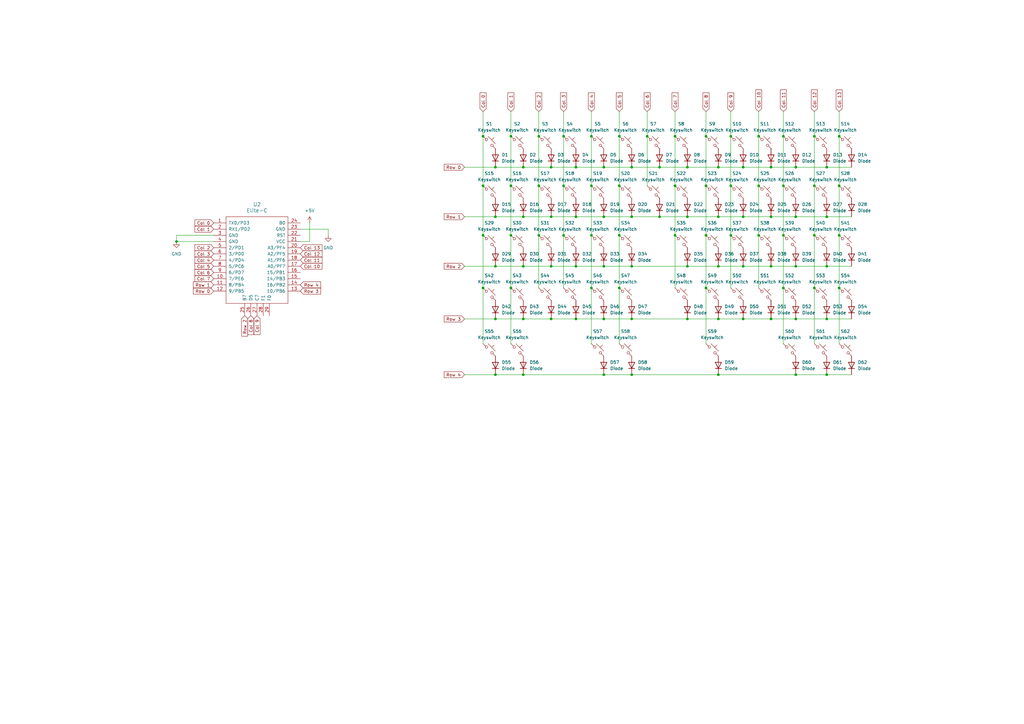
<source format=kicad_sch>
(kicad_sch (version 20231120) (generator "eeschema") (generator_version "8.0")
  (paper "A3")
  (junction (at 294.64 88.9))
  (junction (at 281.94 130.81))
  (junction (at 344.17 55.88))
  (junction (at 203.2 88.9))
  (junction (at 299.72 96.52))
  (junction (at 226.06 109.22))
  (junction (at 203.2 130.81))
  (junction (at 294.64 109.22))
  (junction (at 304.8 88.9))
  (junction (at 231.14 76.2))
  (junction (at 198.12 118.11))
  (junction (at 236.22 68.58))
  (junction (at 311.15 76.2))
  (junction (at 316.23 109.22))
  (junction (at 203.2 68.58))
  (junction (at 209.55 118.11))
  (junction (at 326.39 130.81))
  (junction (at 311.15 96.52))
  (junction (at 247.65 109.22))
  (junction (at 259.08 130.81))
  (junction (at 259.08 153.67))
  (junction (at 321.31 55.88))
  (junction (at 304.8 68.58))
  (junction (at 334.01 96.52))
  (junction (at 299.72 76.2))
  (junction (at 344.17 118.11))
  (junction (at 344.17 96.52))
  (junction (at 209.55 96.52))
  (junction (at 339.09 153.67))
  (junction (at 226.06 130.81))
  (junction (at 270.51 68.58))
  (junction (at 198.12 55.88))
  (junction (at 294.64 68.58))
  (junction (at 334.01 118.11))
  (junction (at 289.56 76.2))
  (junction (at 276.86 96.52))
  (junction (at 304.8 130.81))
  (junction (at 311.15 55.88))
  (junction (at 242.57 96.52))
  (junction (at 289.56 118.11))
  (junction (at 198.12 96.52))
  (junction (at 209.55 76.2))
  (junction (at 220.98 96.52))
  (junction (at 242.57 118.11))
  (junction (at 209.55 55.88))
  (junction (at 316.23 130.81))
  (junction (at 321.31 76.2))
  (junction (at 259.08 88.9))
  (junction (at 265.43 55.88))
  (junction (at 254 76.2))
  (junction (at 294.64 130.81))
  (junction (at 316.23 88.9))
  (junction (at 281.94 88.9))
  (junction (at 220.98 55.88))
  (junction (at 214.63 88.9))
  (junction (at 254 96.52))
  (junction (at 281.94 68.58))
  (junction (at 247.65 130.81))
  (junction (at 339.09 130.81))
  (junction (at 326.39 153.67))
  (junction (at 294.64 153.67))
  (junction (at 226.06 88.9))
  (junction (at 259.08 109.22))
  (junction (at 289.56 96.52))
  (junction (at 203.2 153.67))
  (junction (at 226.06 68.58))
  (junction (at 254 55.88))
  (junction (at 72.39 99.06))
  (junction (at 236.22 130.81))
  (junction (at 334.01 76.2))
  (junction (at 304.8 109.22))
  (junction (at 321.31 118.11))
  (junction (at 259.08 68.58))
  (junction (at 339.09 88.9))
  (junction (at 231.14 55.88))
  (junction (at 326.39 68.58))
  (junction (at 203.2 109.22))
  (junction (at 326.39 88.9))
  (junction (at 270.51 88.9))
  (junction (at 316.23 68.58))
  (junction (at 214.63 130.81))
  (junction (at 247.65 68.58))
  (junction (at 242.57 76.2))
  (junction (at 214.63 68.58))
  (junction (at 198.12 76.2))
  (junction (at 214.63 109.22))
  (junction (at 339.09 68.58))
  (junction (at 299.72 55.88))
  (junction (at 254 118.11))
  (junction (at 281.94 109.22))
  (junction (at 214.63 153.67))
  (junction (at 321.31 96.52))
  (junction (at 247.65 88.9))
  (junction (at 276.86 55.88))
  (junction (at 242.57 55.88))
  (junction (at 231.14 96.52))
  (junction (at 326.39 109.22))
  (junction (at 344.17 76.2))
  (junction (at 339.09 109.22))
  (junction (at 334.01 55.88))
  (junction (at 236.22 109.22))
  (junction (at 236.22 88.9))
  (junction (at 289.56 55.88))
  (junction (at 276.86 76.2))
  (junction (at 220.98 76.2))
  (junction (at 247.65 153.67))
  (wire (pts (xy 334.01 45.72) (xy 334.01 55.88)))
  (wire (pts (xy 220.98 55.88) (xy 220.98 76.2)))
  (wire (pts (xy 242.57 76.2) (xy 242.57 96.52)))
  (wire (pts (xy 326.39 130.81) (xy 339.09 130.81)))
  (wire (pts (xy 226.06 88.9) (xy 236.22 88.9)))
  (wire (pts (xy 198.12 76.2) (xy 198.12 96.52)))
  (wire (pts (xy 259.08 88.9) (xy 270.51 88.9)))
  (wire (pts (xy 231.14 55.88) (xy 231.14 76.2)))
  (wire (pts (xy 289.56 45.72) (xy 289.56 55.88)))
  (wire (pts (xy 214.63 130.81) (xy 226.06 130.81)))
  (wire (pts (xy 247.65 153.67) (xy 259.08 153.67)))
  (wire (pts (xy 311.15 45.72) (xy 311.15 55.88)))
  (wire (pts (xy 326.39 88.9) (xy 339.09 88.9)))
  (wire (pts (xy 259.08 109.22) (xy 281.94 109.22)))
  (wire (pts (xy 203.2 68.58) (xy 214.63 68.58)))
  (wire (pts (xy 294.64 130.81) (xy 304.8 130.81)))
  (wire (pts (xy 242.57 55.88) (xy 242.57 76.2)))
  (wire (pts (xy 236.22 68.58) (xy 247.65 68.58)))
  (wire (pts (xy 294.64 153.67) (xy 326.39 153.67)))
  (wire (pts (xy 294.64 68.58) (xy 304.8 68.58)))
  (wire (pts (xy 321.31 118.11) (xy 321.31 140.97)))
  (wire (pts (xy 214.63 68.58) (xy 226.06 68.58)))
  (wire (pts (xy 198.12 55.88) (xy 198.12 76.2)))
  (wire (pts (xy 316.23 109.22) (xy 326.39 109.22)))
  (wire (pts (xy 198.12 96.52) (xy 198.12 118.11)))
  (wire (pts (xy 304.8 130.81) (xy 316.23 130.81)))
  (wire (pts (xy 231.14 76.2) (xy 231.14 96.52)))
  (wire (pts (xy 123.19 99.06) (xy 127 99.06)))
  (wire (pts (xy 270.51 68.58) (xy 281.94 68.58)))
  (wire (pts (xy 236.22 88.9) (xy 247.65 88.9)))
  (wire (pts (xy 254 118.11) (xy 254 140.97)))
  (wire (pts (xy 203.2 153.67) (xy 214.63 153.67)))
  (wire (pts (xy 281.94 130.81) (xy 294.64 130.81)))
  (wire (pts (xy 214.63 153.67) (xy 247.65 153.67)))
  (wire (pts (xy 281.94 88.9) (xy 294.64 88.9)))
  (wire (pts (xy 316.23 130.81) (xy 326.39 130.81)))
  (wire (pts (xy 281.94 68.58) (xy 294.64 68.58)))
  (wire (pts (xy 209.55 45.72) (xy 209.55 55.88)))
  (wire (pts (xy 209.55 96.52) (xy 209.55 118.11)))
  (wire (pts (xy 326.39 68.58) (xy 339.09 68.58)))
  (wire (pts (xy 236.22 130.81) (xy 247.65 130.81)))
  (wire (pts (xy 281.94 109.22) (xy 294.64 109.22)))
  (wire (pts (xy 259.08 68.58) (xy 270.51 68.58)))
  (wire (pts (xy 226.06 68.58) (xy 236.22 68.58)))
  (wire (pts (xy 321.31 45.72) (xy 321.31 55.88)))
  (wire (pts (xy 220.98 96.52) (xy 220.98 118.11)))
  (wire (pts (xy 259.08 130.81) (xy 281.94 130.81)))
  (wire (pts (xy 198.12 45.72) (xy 198.12 55.88)))
  (wire (pts (xy 344.17 76.2) (xy 344.17 96.52)))
  (wire (pts (xy 334.01 96.52) (xy 334.01 118.11)))
  (wire (pts (xy 299.72 76.2) (xy 299.72 96.52)))
  (wire (pts (xy 72.39 99.06) (xy 87.63 99.06)))
  (wire (pts (xy 72.39 96.52) (xy 72.39 99.06)))
  (wire (pts (xy 326.39 153.67) (xy 339.09 153.67)))
  (wire (pts (xy 289.56 118.11) (xy 289.56 140.97)))
  (wire (pts (xy 87.63 96.52) (xy 72.39 96.52)))
  (wire (pts (xy 198.12 118.11) (xy 198.12 140.97)))
  (wire (pts (xy 299.72 96.52) (xy 299.72 118.11)))
  (wire (pts (xy 254 45.72) (xy 254 55.88)))
  (wire (pts (xy 344.17 118.11) (xy 344.17 140.97)))
  (wire (pts (xy 247.65 130.81) (xy 259.08 130.81)))
  (wire (pts (xy 242.57 118.11) (xy 242.57 140.97)))
  (wire (pts (xy 321.31 96.52) (xy 321.31 118.11)))
  (wire (pts (xy 311.15 76.2) (xy 311.15 96.52)))
  (wire (pts (xy 226.06 109.22) (xy 236.22 109.22)))
  (wire (pts (xy 276.86 45.72) (xy 276.86 55.88)))
  (wire (pts (xy 254 55.88) (xy 254 76.2)))
  (wire (pts (xy 254 96.52) (xy 254 118.11)))
  (wire (pts (xy 316.23 88.9) (xy 326.39 88.9)))
  (wire (pts (xy 203.2 130.81) (xy 214.63 130.81)))
  (wire (pts (xy 226.06 130.81) (xy 236.22 130.81)))
  (wire (pts (xy 190.5 153.67) (xy 203.2 153.67)))
  (wire (pts (xy 334.01 55.88) (xy 334.01 76.2)))
  (wire (pts (xy 247.65 68.58) (xy 259.08 68.58)))
  (wire (pts (xy 265.43 45.72) (xy 265.43 55.88)))
  (wire (pts (xy 289.56 55.88) (xy 289.56 76.2)))
  (wire (pts (xy 304.8 68.58) (xy 316.23 68.58)))
  (wire (pts (xy 270.51 88.9) (xy 281.94 88.9)))
  (wire (pts (xy 209.55 118.11) (xy 209.55 140.97)))
  (wire (pts (xy 344.17 55.88) (xy 344.17 76.2)))
  (wire (pts (xy 203.2 88.9) (xy 214.63 88.9)))
  (wire (pts (xy 311.15 55.88) (xy 311.15 76.2)))
  (wire (pts (xy 265.43 55.88) (xy 265.43 76.2)))
  (wire (pts (xy 231.14 45.72) (xy 231.14 55.88)))
  (wire (pts (xy 339.09 68.58) (xy 349.25 68.58)))
  (wire (pts (xy 339.09 130.81) (xy 349.25 130.81)))
  (wire (pts (xy 190.5 88.9) (xy 203.2 88.9)))
  (wire (pts (xy 334.01 118.11) (xy 334.01 140.97)))
  (wire (pts (xy 289.56 76.2) (xy 289.56 96.52)))
  (wire (pts (xy 259.08 153.67) (xy 294.64 153.67)))
  (wire (pts (xy 344.17 45.72) (xy 344.17 55.88)))
  (wire (pts (xy 220.98 45.72) (xy 220.98 55.88)))
  (wire (pts (xy 321.31 76.2) (xy 321.31 96.52)))
  (wire (pts (xy 339.09 109.22) (xy 349.25 109.22)))
  (wire (pts (xy 316.23 68.58) (xy 326.39 68.58)))
  (wire (pts (xy 276.86 76.2) (xy 276.86 96.52)))
  (wire (pts (xy 190.5 130.81) (xy 203.2 130.81)))
  (wire (pts (xy 339.09 88.9) (xy 349.25 88.9)))
  (wire (pts (xy 311.15 96.52) (xy 311.15 118.11)))
  (wire (pts (xy 190.5 109.22) (xy 203.2 109.22)))
  (wire (pts (xy 321.31 55.88) (xy 321.31 76.2)))
  (wire (pts (xy 344.17 96.52) (xy 344.17 118.11)))
  (wire (pts (xy 276.86 96.52) (xy 276.86 118.11)))
  (wire (pts (xy 203.2 109.22) (xy 214.63 109.22)))
  (wire (pts (xy 214.63 109.22) (xy 226.06 109.22)))
  (wire (pts (xy 304.8 109.22) (xy 316.23 109.22)))
  (wire (pts (xy 326.39 109.22) (xy 339.09 109.22)))
  (wire (pts (xy 209.55 76.2) (xy 209.55 96.52)))
  (wire (pts (xy 304.8 88.9) (xy 316.23 88.9)))
  (wire (pts (xy 299.72 45.72) (xy 299.72 55.88)))
  (wire (pts (xy 236.22 109.22) (xy 247.65 109.22)))
  (wire (pts (xy 247.65 109.22) (xy 259.08 109.22)))
  (wire (pts (xy 289.56 96.52) (xy 289.56 118.11)))
  (wire (pts (xy 299.72 55.88) (xy 299.72 76.2)))
  (wire (pts (xy 242.57 96.52) (xy 242.57 118.11)))
  (wire (pts (xy 123.19 93.98) (xy 134.62 93.98)))
  (wire (pts (xy 209.55 55.88) (xy 209.55 76.2)))
  (wire (pts (xy 220.98 76.2) (xy 220.98 96.52)))
  (wire (pts (xy 339.09 153.67) (xy 349.25 153.67)))
  (wire (pts (xy 127 91.44) (xy 127 99.06)))
  (wire (pts (xy 247.65 88.9) (xy 259.08 88.9)))
  (wire (pts (xy 134.62 93.98) (xy 134.62 96.52)))
  (wire (pts (xy 276.86 55.88) (xy 276.86 76.2)))
  (wire (pts (xy 294.64 88.9) (xy 304.8 88.9)))
  (wire (pts (xy 231.14 96.52) (xy 231.14 118.11)))
  (wire (pts (xy 214.63 88.9) (xy 226.06 88.9)))
  (wire (pts (xy 190.5 68.58) (xy 203.2 68.58)))
  (wire (pts (xy 242.57 45.72) (xy 242.57 55.88)))
  (wire (pts (xy 294.64 109.22) (xy 304.8 109.22)))
  (wire (pts (xy 254 76.2) (xy 254 96.52)))
  (wire (pts (xy 334.01 76.2) (xy 334.01 96.52)))
  (global_label "Col 10" (shape input) (at 123.19 109.22 0) (property "Intersheetrefs" "${INTERSHEET_REFS}" (effects (hide yes))))
  (global_label "Row 3" (shape input) (at 190.5 130.81 180) (property "Intersheetrefs" "${INTERSHEET_REFS}" (effects (hide yes))))
  (global_label "Col 8" (shape input) (at 102.87 129.54 270) (property "Intersheetrefs" "${INTERSHEET_REFS}" (effects (hide yes))))
  (global_label "Col 7" (shape input) (at 276.86 45.72 90) (property "Intersheetrefs" "${INTERSHEET_REFS}" (effects (hide yes))))
  (global_label "Col 8" (shape input) (at 289.56 45.72 90) (property "Intersheetrefs" "${INTERSHEET_REFS}" (effects (hide yes))))
  (global_label "Col 12" (shape input) (at 123.19 104.14 0) (property "Intersheetrefs" "${INTERSHEET_REFS}" (effects (hide yes))))
  (global_label "Col 7" (shape input) (at 87.63 114.3 180) (property "Intersheetrefs" "${INTERSHEET_REFS}" (effects (hide yes))))
  (global_label "Row 0" (shape input) (at 190.5 68.58 180) (property "Intersheetrefs" "${INTERSHEET_REFS}" (effects (hide yes))))
  (global_label "Col 0" (shape input) (at 87.63 91.44 180) (property "Intersheetrefs" "${INTERSHEET_REFS}" (effects (hide yes))))
  (global_label "Row 2" (shape input) (at 190.5 109.22 180) (property "Intersheetrefs" "${INTERSHEET_REFS}" (effects (hide yes))))
  (global_label "Row 3" (shape input) (at 123.19 119.38 0) (property "Intersheetrefs" "${INTERSHEET_REFS}" (effects (hide yes))))
  (global_label "Col 5" (shape input) (at 87.63 109.22 180) (property "Intersheetrefs" "${INTERSHEET_REFS}" (effects (hide yes))))
  (global_label "Row 1" (shape input) (at 190.5 88.9 180) (property "Intersheetrefs" "${INTERSHEET_REFS}" (effects (hide yes))))
  (global_label "Col 13" (shape input) (at 123.19 101.6 0) (property "Intersheetrefs" "${INTERSHEET_REFS}" (effects (hide yes))))
  (global_label "Col 4" (shape input) (at 242.57 45.72 90) (property "Intersheetrefs" "${INTERSHEET_REFS}" (effects (hide yes))))
  (global_label "Col 9" (shape input) (at 299.72 45.72 90) (property "Intersheetrefs" "${INTERSHEET_REFS}" (effects (hide yes))))
  (global_label "Row 0" (shape input) (at 87.63 119.38 180) (property "Intersheetrefs" "${INTERSHEET_REFS}" (effects (hide yes))))
  (global_label "Col 3" (shape input) (at 231.14 45.72 90) (property "Intersheetrefs" "${INTERSHEET_REFS}" (effects (hide yes))))
  (global_label "Col 1" (shape input) (at 87.63 93.98 180) (property "Intersheetrefs" "${INTERSHEET_REFS}" (effects (hide yes))))
  (global_label "Col 6" (shape input) (at 87.63 111.76 180) (property "Intersheetrefs" "${INTERSHEET_REFS}" (effects (hide yes))))
  (global_label "Col 11" (shape input) (at 123.19 106.68 0) (property "Intersheetrefs" "${INTERSHEET_REFS}" (effects (hide yes))))
  (global_label "Col 12" (shape input) (at 334.01 45.72 90) (property "Intersheetrefs" "${INTERSHEET_REFS}" (effects (hide yes))))
  (global_label "Row 4" (shape input) (at 190.5 153.67 180) (property "Intersheetrefs" "${INTERSHEET_REFS}" (effects (hide yes))))
  (global_label "Col 5" (shape input) (at 254 45.72 90) (property "Intersheetrefs" "${INTERSHEET_REFS}" (effects (hide yes))))
  (global_label "Col 4" (shape input) (at 87.63 106.68 180) (property "Intersheetrefs" "${INTERSHEET_REFS}" (effects (hide yes))))
  (global_label "Col 2" (shape input) (at 87.63 101.6 180) (property "Intersheetrefs" "${INTERSHEET_REFS}" (effects (hide yes))))
  (global_label "Col 9" (shape input) (at 105.41 129.54 270) (property "Intersheetrefs" "${INTERSHEET_REFS}" (effects (hide yes))))
  (global_label "Col 10" (shape input) (at 311.15 45.72 90) (property "Intersheetrefs" "${INTERSHEET_REFS}" (effects (hide yes))))
  (global_label "Col 1" (shape input) (at 209.55 45.72 90) (property "Intersheetrefs" "${INTERSHEET_REFS}" (effects (hide yes))))
  (global_label "Row 1" (shape input) (at 87.63 116.84 180) (property "Intersheetrefs" "${INTERSHEET_REFS}" (effects (hide yes))))
  (global_label "Col 2" (shape input) (at 220.98 45.72 90) (property "Intersheetrefs" "${INTERSHEET_REFS}" (effects (hide yes))))
  (global_label "Col 0" (shape input) (at 198.12 45.72 90) (property "Intersheetrefs" "${INTERSHEET_REFS}" (effects (hide yes))))
  (global_label "Row 2" (shape input) (at 100.33 129.54 270) (property "Intersheetrefs" "${INTERSHEET_REFS}" (effects (hide yes))))
  (global_label "Col 11" (shape input) (at 321.31 45.72 90) (property "Intersheetrefs" "${INTERSHEET_REFS}" (effects (hide yes))))
  (global_label "Col 13" (shape input) (at 344.17 45.72 90) (property "Intersheetrefs" "${INTERSHEET_REFS}" (effects (hide yes))))
  (global_label "Col 3" (shape input) (at 87.63 104.14 180) (property "Intersheetrefs" "${INTERSHEET_REFS}" (effects (hide yes))))
  (global_label "Col 6" (shape input) (at 265.43 45.72 90) (property "Intersheetrefs" "${INTERSHEET_REFS}" (effects (hide yes))))
  (global_label "Row 4" (shape input) (at 123.19 116.84 0) (property "Intersheetrefs" "${INTERSHEET_REFS}" (effects (hide yes))))
  (symbol (lib_id "ScottoKeebs:Placeholder_Diode") (at 326.39 105.41 90) (unit 1)
    (property "Reference" "D39" (at 328.93 104.1399 90) (effects (justify right)))
    (property "Value" "Diode" (at 328.93 106.6799 90) (effects (justify right)))
    (property "Footprint" "ScottoKeebs_Components:Diode_DO-35" (effects (hide yes)))
    (property "Description" "1N4148 (DO-35) or 1N4148W (SOD-123)" (effects (hide yes)))
    (property "Sim.Device" "D" (effects (hide yes)))
    (property "Sim.Pins" "1=K 2=A" (effects (hide yes)))
  )
  (symbol (lib_id "ScottoKeebs:Placeholder_Diode") (at 214.63 64.77 90) (unit 1)
    (property "Reference" "D2" (at 217.17 63.4999 90) (effects (justify right)))
    (property "Value" "Diode" (at 217.17 66.0399 90) (effects (justify right)))
    (property "Footprint" "ScottoKeebs_Components:Diode_DO-35" (effects (hide yes)))
    (property "Description" "1N4148 (DO-35) or 1N4148W (SOD-123)" (effects (hide yes)))
    (property "Sim.Device" "D" (effects (hide yes)))
    (property "Sim.Pins" "1=K 2=A" (effects (hide yes)))
  )
  (symbol (lib_id "ScottoKeebs:Placeholder_Keyswitch") (at 302.26 78.74 0) (unit 1)
    (property "Reference" "S24" (at 302.26 71.12 0))
    (property "Value" "Keyswitch" (at 302.26 73.66 0))
    (property "Footprint" "ScottoKeebs_MX:MX_PCB_1.00u" (effects (hide yes)))
    (property "Description" "Push button switch, normally open, two pins, 45° tilted" (effects (hide yes)))
  )
  (symbol (lib_id "ScottoKeebs:Placeholder_Diode") (at 294.64 127 90) (unit 1)
    (property "Reference" "D49" (at 297.18 125.7299 90) (effects (justify right)))
    (property "Value" "Diode" (at 297.18 128.2699 90) (effects (justify right)))
    (property "Footprint" "ScottoKeebs_Components:Diode_DO-35" (effects (hide yes)))
    (property "Description" "1N4148 (DO-35) or 1N4148W (SOD-123)" (effects (hide yes)))
    (property "Sim.Device" "D" (effects (hide yes)))
    (property "Sim.Pins" "1=K 2=A" (effects (hide yes)))
  )
  (symbol (lib_id "ScottoKeebs:Placeholder_Keyswitch") (at 256.54 120.65 0) (unit 1)
    (property "Reference" "S47" (at 256.54 113.03 0))
    (property "Value" "Keyswitch" (at 256.54 115.57 0))
    (property "Footprint" "ScottoKeebs_MX:MX_PCB_1.00u" (effects (hide yes)))
    (property "Description" "Push button switch, normally open, two pins, 45° tilted" (effects (hide yes)))
  )
  (symbol (lib_id "ScottoKeebs:Placeholder_Keyswitch") (at 313.69 78.74 0) (unit 1)
    (property "Reference" "S25" (at 313.69 71.12 0))
    (property "Value" "Keyswitch" (at 313.69 73.66 0))
    (property "Footprint" "ScottoKeebs_MX:MX_PCB_1.00u" (effects (hide yes)))
    (property "Description" "Push button switch, normally open, two pins, 45° tilted" (effects (hide yes)))
  )
  (symbol (lib_id "ScottoKeebs:Placeholder_Diode") (at 226.06 105.41 90) (unit 1)
    (property "Reference" "D31" (at 228.6 104.1399 90) (effects (justify right)))
    (property "Value" "Diode" (at 228.6 106.6799 90) (effects (justify right)))
    (property "Footprint" "ScottoKeebs_Components:Diode_DO-35" (effects (hide yes)))
    (property "Description" "1N4148 (DO-35) or 1N4148W (SOD-123)" (effects (hide yes)))
    (property "Sim.Device" "D" (effects (hide yes)))
    (property "Sim.Pins" "1=K 2=A" (effects (hide yes)))
  )
  (symbol (lib_id "ScottoKeebs:Placeholder_Diode") (at 349.25 85.09 90) (unit 1)
    (property "Reference" "D28" (at 351.79 83.8199 90) (effects (justify right)))
    (property "Value" "Diode" (at 351.79 86.3599 90) (effects (justify right)))
    (property "Footprint" "ScottoKeebs_Components:Diode_DO-35" (effects (hide yes)))
    (property "Description" "1N4148 (DO-35) or 1N4148W (SOD-123)" (effects (hide yes)))
    (property "Sim.Device" "D" (effects (hide yes)))
    (property "Sim.Pins" "1=K 2=A" (effects (hide yes)))
  )
  (symbol (lib_id "ScottoKeebs:Placeholder_Keyswitch") (at 336.55 78.74 0) (unit 1)
    (property "Reference" "S27" (at 336.55 71.12 0))
    (property "Value" "Keyswitch" (at 336.55 73.66 0))
    (property "Footprint" "ScottoKeebs_MX:MX_PCB_1.00u" (effects (hide yes)))
    (property "Description" "Push button switch, normally open, two pins, 45° tilted" (effects (hide yes)))
  )
  (symbol (lib_id "ScottoKeebs:Placeholder_Diode") (at 339.09 64.77 90) (unit 1)
    (property "Reference" "D13" (at 341.63 63.4999 90) (effects (justify right)))
    (property "Value" "Diode" (at 341.63 66.0399 90) (effects (justify right)))
    (property "Footprint" "ScottoKeebs_Components:Diode_DO-35" (effects (hide yes)))
    (property "Description" "1N4148 (DO-35) or 1N4148W (SOD-123)" (effects (hide yes)))
    (property "Sim.Device" "D" (effects (hide yes)))
    (property "Sim.Pins" "1=K 2=A" (effects (hide yes)))
  )
  (symbol (lib_id "ScottoKeebs:Placeholder_Keyswitch") (at 245.11 99.06 0) (unit 1)
    (property "Reference" "S33" (at 245.11 91.44 0))
    (property "Value" "Keyswitch" (at 245.11 93.98 0))
    (property "Footprint" "ScottoKeebs_MX:MX_PCB_1.00u" (effects (hide yes)))
    (property "Description" "Push button switch, normally open, two pins, 45° tilted" (effects (hide yes)))
  )
  (symbol (lib_id "ScottoKeebs:Placeholder_Diode") (at 294.64 105.41 90) (unit 1)
    (property "Reference" "D36" (at 297.18 104.1399 90) (effects (justify right)))
    (property "Value" "Diode" (at 297.18 106.6799 90) (effects (justify right)))
    (property "Footprint" "ScottoKeebs_Components:Diode_DO-35" (effects (hide yes)))
    (property "Description" "1N4148 (DO-35) or 1N4148W (SOD-123)" (effects (hide yes)))
    (property "Sim.Device" "D" (effects (hide yes)))
    (property "Sim.Pins" "1=K 2=A" (effects (hide yes)))
  )
  (symbol (lib_id "ScottoKeebs:Placeholder_Diode") (at 339.09 149.86 90) (unit 1)
    (property "Reference" "D61" (at 341.63 148.5899 90) (effects (justify right)))
    (property "Value" "Diode" (at 341.63 151.1299 90) (effects (justify right)))
    (property "Footprint" "ScottoKeebs_Components:Diode_DO-35" (effects (hide yes)))
    (property "Description" "1N4148 (DO-35) or 1N4148W (SOD-123)" (effects (hide yes)))
    (property "Sim.Device" "D" (effects (hide yes)))
    (property "Sim.Pins" "1=K 2=A" (effects (hide yes)))
  )
  (symbol (lib_id "ScottoKeebs:Placeholder_Keyswitch") (at 245.11 143.51 0) (unit 1)
    (property "Reference" "S57" (at 245.11 135.89 0))
    (property "Value" "Keyswitch" (at 245.11 138.43 0))
    (property "Footprint" "ai03_mx:MXOnly-2.75U" (effects (hide yes)))
    (property "Description" "Push button switch, normally open, two pins, 45° tilted" (effects (hide yes)))
  )
  (symbol (lib_id "ScottoKeebs:Placeholder_Keyswitch") (at 212.09 58.42 0) (unit 1)
    (property "Reference" "S2" (at 212.09 50.8 0))
    (property "Value" "Keyswitch" (at 212.09 53.34 0))
    (property "Footprint" "ScottoKeebs_MX:MX_PCB_1.00u" (effects (hide yes)))
    (property "Description" "Push button switch, normally open, two pins, 45° tilted" (effects (hide yes)))
  )
  (symbol (lib_id "ScottoKeebs:Placeholder_Diode") (at 214.63 85.09 90) (unit 1)
    (property "Reference" "D16" (at 217.17 83.8199 90) (effects (justify right)))
    (property "Value" "Diode" (at 217.17 86.3599 90) (effects (justify right)))
    (property "Footprint" "ScottoKeebs_Components:Diode_DO-35" (effects (hide yes)))
    (property "Description" "1N4148 (DO-35) or 1N4148W (SOD-123)" (effects (hide yes)))
    (property "Sim.Device" "D" (effects (hide yes)))
    (property "Sim.Pins" "1=K 2=A" (effects (hide yes)))
  )
  (symbol (lib_id "ScottoKeebs:Placeholder_Diode") (at 304.8 64.77 90) (unit 1)
    (property "Reference" "D10" (at 307.34 63.4999 90) (effects (justify right)))
    (property "Value" "Diode" (at 307.34 66.0399 90) (effects (justify right)))
    (property "Footprint" "ScottoKeebs_Components:Diode_DO-35" (effects (hide yes)))
    (property "Description" "1N4148 (DO-35) or 1N4148W (SOD-123)" (effects (hide yes)))
    (property "Sim.Device" "D" (effects (hide yes)))
    (property "Sim.Pins" "1=K 2=A" (effects (hide yes)))
  )
  (symbol (lib_id "ScottoKeebs:Placeholder_Diode") (at 304.8 127 90) (unit 1)
    (property "Reference" "D50" (at 307.34 125.7299 90) (effects (justify right)))
    (property "Value" "Diode" (at 307.34 128.2699 90) (effects (justify right)))
    (property "Footprint" "ScottoKeebs_Components:Diode_DO-35" (effects (hide yes)))
    (property "Description" "1N4148 (DO-35) or 1N4148W (SOD-123)" (effects (hide yes)))
    (property "Sim.Device" "D" (effects (hide yes)))
    (property "Sim.Pins" "1=K 2=A" (effects (hide yes)))
  )
  (symbol (lib_id "ScottoKeebs:Placeholder_Diode") (at 294.64 64.77 90) (unit 1)
    (property "Reference" "D9" (at 297.18 63.4999 90) (effects (justify right)))
    (property "Value" "Diode" (at 297.18 66.0399 90) (effects (justify right)))
    (property "Footprint" "ScottoKeebs_Components:Diode_DO-35" (effects (hide yes)))
    (property "Description" "1N4148 (DO-35) or 1N4148W (SOD-123)" (effects (hide yes)))
    (property "Sim.Device" "D" (effects (hide yes)))
    (property "Sim.Pins" "1=K 2=A" (effects (hide yes)))
  )
  (symbol (lib_id "ScottoKeebs:Placeholder_Diode") (at 259.08 105.41 90) (unit 1)
    (property "Reference" "D34" (at 261.62 104.1399 90) (effects (justify right)))
    (property "Value" "Diode" (at 261.62 106.6799 90) (effects (justify right)))
    (property "Footprint" "ScottoKeebs_Components:Diode_DO-35" (effects (hide yes)))
    (property "Description" "1N4148 (DO-35) or 1N4148W (SOD-123)" (effects (hide yes)))
    (property "Sim.Device" "D" (effects (hide yes)))
    (property "Sim.Pins" "1=K 2=A" (effects (hide yes)))
  )
  (symbol (lib_id "ScottoKeebs:Placeholder_Diode") (at 259.08 127 90) (unit 1)
    (property "Reference" "D47" (at 261.62 125.7299 90) (effects (justify right)))
    (property "Value" "Diode" (at 261.62 128.2699 90) (effects (justify right)))
    (property "Footprint" "ScottoKeebs_Components:Diode_DO-35" (effects (hide yes)))
    (property "Description" "1N4148 (DO-35) or 1N4148W (SOD-123)" (effects (hide yes)))
    (property "Sim.Device" "D" (effects (hide yes)))
    (property "Sim.Pins" "1=K 2=A" (effects (hide yes)))
  )
  (symbol (lib_id "ScottoKeebs:Placeholder_Diode") (at 259.08 85.09 90) (unit 1)
    (property "Reference" "D20" (at 261.62 83.8199 90) (effects (justify right)))
    (property "Value" "Diode" (at 261.62 86.3599 90) (effects (justify right)))
    (property "Footprint" "ScottoKeebs_Components:Diode_DO-35" (effects (hide yes)))
    (property "Description" "1N4148 (DO-35) or 1N4148W (SOD-123)" (effects (hide yes)))
    (property "Sim.Device" "D" (effects (hide yes)))
    (property "Sim.Pins" "1=K 2=A" (effects (hide yes)))
  )
  (symbol (lib_id "ScottoKeebs:Placeholder_Keyswitch") (at 336.55 120.65 0) (unit 1)
    (property "Reference" "S53" (at 336.55 113.03 0))
    (property "Value" "Keyswitch" (at 336.55 115.57 0))
    (property "Footprint" "ScottoKeebs_MX:MX_PCB_1.00u" (effects (hide yes)))
    (property "Description" "Push button switch, normally open, two pins, 45° tilted" (effects (hide yes)))
  )
  (symbol (lib_id "ScottoKeebs:Placeholder_Keyswitch") (at 212.09 99.06 0) (unit 1)
    (property "Reference" "S30" (at 212.09 91.44 0))
    (property "Value" "Keyswitch" (at 212.09 93.98 0))
    (property "Footprint" "ScottoKeebs_MX:MX_PCB_1.00u" (effects (hide yes)))
    (property "Description" "Push button switch, normally open, two pins, 45° tilted" (effects (hide yes)))
  )
  (symbol (lib_id "ScottoKeebs:Placeholder_Diode") (at 304.8 85.09 90) (unit 1)
    (property "Reference" "D24" (at 307.34 83.8199 90) (effects (justify right)))
    (property "Value" "Diode" (at 307.34 86.3599 90) (effects (justify right)))
    (property "Footprint" "ScottoKeebs_Components:Diode_DO-35" (effects (hide yes)))
    (property "Description" "1N4148 (DO-35) or 1N4148W (SOD-123)" (effects (hide yes)))
    (property "Sim.Device" "D" (effects (hide yes)))
    (property "Sim.Pins" "1=K 2=A" (effects (hide yes)))
  )
  (symbol (lib_id "ScottoKeebs:Placeholder_Diode") (at 236.22 127 90) (unit 1)
    (property "Reference" "D45" (at 238.76 125.7299 90) (effects (justify right)))
    (property "Value" "Diode" (at 238.76 128.2699 90) (effects (justify right)))
    (property "Footprint" "ScottoKeebs_Components:Diode_DO-35" (effects (hide yes)))
    (property "Description" "1N4148 (DO-35) or 1N4148W (SOD-123)" (effects (hide yes)))
    (property "Sim.Device" "D" (effects (hide yes)))
    (property "Sim.Pins" "1=K 2=A" (effects (hide yes)))
  )
  (symbol (lib_id "ScottoKeebs:Placeholder_Keyswitch") (at 292.1 120.65 0) (unit 1)
    (property "Reference" "S49" (at 292.1 113.03 0))
    (property "Value" "Keyswitch" (at 292.1 115.57 0))
    (property "Footprint" "ScottoKeebs_MX:MX_PCB_1.00u" (effects (hide yes)))
    (property "Description" "Push button switch, normally open, two pins, 45° tilted" (effects (hide yes)))
  )
  (symbol (lib_id "ScottoKeebs:Placeholder_Diode") (at 349.25 127 90) (unit 1)
    (property "Reference" "D54" (at 351.79 125.7299 90) (effects (justify right)))
    (property "Value" "Diode" (at 351.79 128.2699 90) (effects (justify right)))
    (property "Footprint" "ScottoKeebs_Components:Diode_DO-35" (effects (hide yes)))
    (property "Description" "1N4148 (DO-35) or 1N4148W (SOD-123)" (effects (hide yes)))
    (property "Sim.Device" "D" (effects (hide yes)))
    (property "Sim.Pins" "1=K 2=A" (effects (hide yes)))
  )
  (symbol (lib_id "ScottoKeebs:Placeholder_Keyswitch") (at 279.4 58.42 0) (unit 1)
    (property "Reference" "S8" (at 279.4 50.8 0))
    (property "Value" "Keyswitch" (at 279.4 53.34 0))
    (property "Footprint" "ScottoKeebs_MX:MX_PCB_1.00u" (effects (hide yes)))
    (property "Description" "Push button switch, normally open, two pins, 45° tilted" (effects (hide yes)))
  )
  (symbol (lib_id "ScottoKeebs:Placeholder_Keyswitch") (at 256.54 99.06 0) (unit 1)
    (property "Reference" "S34" (at 256.54 91.44 0))
    (property "Value" "Keyswitch" (at 256.54 93.98 0))
    (property "Footprint" "ScottoKeebs_MX:MX_PCB_1.00u" (effects (hide yes)))
    (property "Description" "Push button switch, normally open, two pins, 45° tilted" (effects (hide yes)))
  )
  (symbol (lib_id "ScottoKeebs:Placeholder_Keyswitch") (at 233.68 78.74 0) (unit 1)
    (property "Reference" "S18" (at 233.68 71.12 0))
    (property "Value" "Keyswitch" (at 233.68 73.66 0))
    (property "Footprint" "ScottoKeebs_MX:MX_PCB_1.00u" (effects (hide yes)))
    (property "Description" "Push button switch, normally open, two pins, 45° tilted" (effects (hide yes)))
  )
  (symbol (lib_id "ScottoKeebs:Placeholder_Diode") (at 281.94 127 90) (unit 1)
    (property "Reference" "D48" (at 284.48 125.7299 90) (effects (justify right)))
    (property "Value" "Diode" (at 284.48 128.2699 90) (effects (justify right)))
    (property "Footprint" "ScottoKeebs_Components:Diode_DO-35" (effects (hide yes)))
    (property "Description" "1N4148 (DO-35) or 1N4148W (SOD-123)" (effects (hide yes)))
    (property "Sim.Device" "D" (effects (hide yes)))
    (property "Sim.Pins" "1=K 2=A" (effects (hide yes)))
  )
  (symbol (lib_id "ScottoKeebs:Placeholder_Keyswitch") (at 212.09 143.51 0) (unit 1)
    (property "Reference" "S56" (at 212.09 135.89 0))
    (property "Value" "Keyswitch" (at 212.09 138.43 0))
    (property "Footprint" "ScottoKeebs_MX:MX_PCB_1.50u" (effects (hide yes)))
    (property "Description" "Push button switch, normally open, two pins, 45° tilted" (effects (hide yes)))
  )
  (symbol (lib_id "ScottoKeebs:Placeholder_Keyswitch") (at 292.1 58.42 0) (unit 1)
    (property "Reference" "S9" (at 292.1 50.8 0))
    (property "Value" "Keyswitch" (at 292.1 53.34 0))
    (property "Footprint" "ScottoKeebs_MX:MX_PCB_1.00u" (effects (hide yes)))
    (property "Description" "Push button switch, normally open, two pins, 45° tilted" (effects (hide yes)))
  )
  (symbol (lib_id "ScottoKeebs:Placeholder_Diode") (at 214.63 105.41 90) (unit 1)
    (property "Reference" "D30" (at 217.17 104.1399 90) (effects (justify right)))
    (property "Value" "Diode" (at 217.17 106.6799 90) (effects (justify right)))
    (property "Footprint" "ScottoKeebs_Components:Diode_DO-35" (effects (hide yes)))
    (property "Description" "1N4148 (DO-35) or 1N4148W (SOD-123)" (effects (hide yes)))
    (property "Sim.Device" "D" (effects (hide yes)))
    (property "Sim.Pins" "1=K 2=A" (effects (hide yes)))
  )
  (symbol (lib_id "ScottoKeebs:Placeholder_Keyswitch") (at 256.54 78.74 0) (unit 1)
    (property "Reference" "S20" (at 256.54 71.12 0))
    (property "Value" "Keyswitch" (at 256.54 73.66 0))
    (property "Footprint" "ScottoKeebs_MX:MX_PCB_1.00u" (effects (hide yes)))
    (property "Description" "Push button switch, normally open, two pins, 45° tilted" (effects (hide yes)))
  )
  (symbol (lib_id "ScottoKeebs:Placeholder_Keyswitch") (at 292.1 78.74 0) (unit 1)
    (property "Reference" "S23" (at 292.1 71.12 0))
    (property "Value" "Keyswitch" (at 292.1 73.66 0))
    (property "Footprint" "ScottoKeebs_MX:MX_PCB_1.00u" (effects (hide yes)))
    (property "Description" "Push button switch, normally open, two pins, 45° tilted" (effects (hide yes)))
  )
  (symbol (lib_id "ScottoKeebs:Placeholder_Diode") (at 247.65 149.86 90) (unit 1)
    (property "Reference" "D57" (at 250.19 148.5899 90) (effects (justify right)))
    (property "Value" "Diode" (at 250.19 151.1299 90) (effects (justify right)))
    (property "Footprint" "ScottoKeebs_Components:Diode_DO-35" (effects (hide yes)))
    (property "Description" "1N4148 (DO-35) or 1N4148W (SOD-123)" (effects (hide yes)))
    (property "Sim.Device" "D" (effects (hide yes)))
    (property "Sim.Pins" "1=K 2=A" (effects (hide yes)))
  )
  (symbol (lib_id "ScottoKeebs:Placeholder_Diode") (at 270.51 85.09 90) (unit 1)
    (property "Reference" "D21" (at 273.05 83.8199 90) (effects (justify right)))
    (property "Value" "Diode" (at 273.05 86.3599 90) (effects (justify right)))
    (property "Footprint" "ScottoKeebs_Components:Diode_DO-35" (effects (hide yes)))
    (property "Description" "1N4148 (DO-35) or 1N4148W (SOD-123)" (effects (hide yes)))
    (property "Sim.Device" "D" (effects (hide yes)))
    (property "Sim.Pins" "1=K 2=A" (effects (hide yes)))
  )
  (symbol (lib_id "ScottoKeebs:Placeholder_Keyswitch") (at 212.09 78.74 0) (unit 1)
    (property "Reference" "S16" (at 212.09 71.12 0))
    (property "Value" "Keyswitch" (at 212.09 73.66 0))
    (property "Footprint" "ScottoKeebs_MX:MX_PCB_1.00u" (effects (hide yes)))
    (property "Description" "Push button switch, normally open, two pins, 45° tilted" (effects (hide yes)))
  )
  (symbol (lib_id "ScottoKeebs:Placeholder_Keyswitch") (at 336.55 58.42 0) (unit 1)
    (property "Reference" "S13" (at 336.55 50.8 0))
    (property "Value" "Keyswitch" (at 336.55 53.34 0))
    (property "Footprint" "ScottoKeebs_MX:MX_PCB_1.00u" (effects (hide yes)))
    (property "Description" "Push button switch, normally open, two pins, 45° tilted" (effects (hide yes)))
  )
  (symbol (lib_id "ScottoKeebs:Placeholder_Diode") (at 226.06 127 90) (unit 1)
    (property "Reference" "D44" (at 228.6 125.7299 90) (effects (justify right)))
    (property "Value" "Diode" (at 228.6 128.2699 90) (effects (justify right)))
    (property "Footprint" "ScottoKeebs_Components:Diode_DO-35" (effects (hide yes)))
    (property "Description" "1N4148 (DO-35) or 1N4148W (SOD-123)" (effects (hide yes)))
    (property "Sim.Device" "D" (effects (hide yes)))
    (property "Sim.Pins" "1=K 2=A" (effects (hide yes)))
  )
  (symbol (lib_id "ScottoKeebs:Placeholder_Diode") (at 326.39 127 90) (unit 1)
    (property "Reference" "D52" (at 328.93 125.7299 90) (effects (justify right)))
    (property "Value" "Diode" (at 328.93 128.2699 90) (effects (justify right)))
    (property "Footprint" "ScottoKeebs_Components:Diode_DO-35" (effects (hide yes)))
    (property "Description" "1N4148 (DO-35) or 1N4148W (SOD-123)" (effects (hide yes)))
    (property "Sim.Device" "D" (effects (hide yes)))
    (property "Sim.Pins" "1=K 2=A" (effects (hide yes)))
  )
  (symbol (lib_id "ScottoKeebs:Placeholder_Keyswitch") (at 256.54 58.42 0) (unit 1)
    (property "Reference" "S6" (at 256.54 50.8 0))
    (property "Value" "Keyswitch" (at 256.54 53.34 0))
    (property "Footprint" "ScottoKeebs_MX:MX_PCB_1.00u" (effects (hide yes)))
    (property "Description" "Push button switch, normally open, two pins, 45° tilted" (effects (hide yes)))
  )
  (symbol (lib_id "ScottoKeebs:Placeholder_Keyswitch") (at 346.71 78.74 0) (unit 1)
    (property "Reference" "S28" (at 346.71 71.12 0))
    (property "Value" "Keyswitch" (at 346.71 73.66 0))
    (property "Footprint" "ScottoKeebs_MX:MX_PCB_1.50u" (effects (hide yes)))
    (property "Description" "Push button switch, normally open, two pins, 45° tilted" (effects (hide yes)))
  )
  (symbol (lib_id "ScottoKeebs:Placeholder_Diode") (at 247.65 105.41 90) (unit 1)
    (property "Reference" "D33" (at 250.19 104.1399 90) (effects (justify right)))
    (property "Value" "Diode" (at 250.19 106.6799 90) (effects (justify right)))
    (property "Footprint" "ScottoKeebs_Components:Diode_DO-35" (effects (hide yes)))
    (property "Description" "1N4148 (DO-35) or 1N4148W (SOD-123)" (effects (hide yes)))
    (property "Sim.Device" "D" (effects (hide yes)))
    (property "Sim.Pins" "1=K 2=A" (effects (hide yes)))
  )
  (symbol (lib_id "ScottoKeebs:Placeholder_Keyswitch") (at 256.54 143.51 0) (unit 1)
    (property "Reference" "S58" (at 256.54 135.89 0))
    (property "Value" "Keyswitch" (at 256.54 138.43 0))
    (property "Footprint" "ScottoKeebs_MX:MX_PCB_1.25u" (effects (hide yes)))
    (property "Description" "Push button switch, normally open, two pins, 45° tilted" (effects (hide yes)))
  )
  (symbol (lib_id "ScottoKeebs:Placeholder_Diode") (at 349.25 64.77 90) (unit 1)
    (property "Reference" "D14" (at 351.79 63.4999 90) (effects (justify right)))
    (property "Value" "Diode" (at 351.79 66.0399 90) (effects (justify right)))
    (property "Footprint" "ScottoKeebs_Components:Diode_DO-35" (effects (hide yes)))
    (property "Description" "1N4148 (DO-35) or 1N4148W (SOD-123)" (effects (hide yes)))
    (property "Sim.Device" "D" (effects (hide yes)))
    (property "Sim.Pins" "1=K 2=A" (effects (hide yes)))
  )
  (symbol (lib_id "ScottoKeebs:Placeholder_Keyswitch") (at 245.11 120.65 0) (unit 1)
    (property "Reference" "S46" (at 245.11 113.03 0))
    (property "Value" "Keyswitch" (at 245.11 115.57 0))
    (property "Footprint" "ScottoKeebs_MX:MX_PCB_1.00u" (effects (hide yes)))
    (property "Description" "Push button switch, normally open, two pins, 45° tilted" (effects (hide yes)))
  )
  (symbol (lib_id "ScottoKeebs:Placeholder_Keyswitch") (at 346.71 143.51 0) (unit 1)
    (property "Reference" "S62" (at 346.71 135.89 0))
    (property "Value" "Keyswitch" (at 346.71 138.43 0))
    (property "Footprint" "ScottoKeebs_MX:MX_PCB_1.50u" (effects (hide yes)))
    (property "Description" "Push button switch, normally open, two pins, 45° tilted" (effects (hide yes)))
  )
  (symbol (lib_id "ScottoKeebs:Placeholder_Diode") (at 326.39 64.77 90) (unit 1)
    (property "Reference" "D12" (at 328.93 63.4999 90) (effects (justify right)))
    (property "Value" "Diode" (at 328.93 66.0399 90) (effects (justify right)))
    (property "Footprint" "ScottoKeebs_Components:Diode_DO-35" (effects (hide yes)))
    (property "Description" "1N4148 (DO-35) or 1N4148W (SOD-123)" (effects (hide yes)))
    (property "Sim.Device" "D" (effects (hide yes)))
    (property "Sim.Pins" "1=K 2=A" (effects (hide yes)))
  )
  (symbol (lib_id "ScottoKeebs:Placeholder_Diode") (at 281.94 105.41 90) (unit 1)
    (property "Reference" "D35" (at 284.48 104.1399 90) (effects (justify right)))
    (property "Value" "Diode" (at 284.48 106.6799 90) (effects (justify right)))
    (property "Footprint" "ScottoKeebs_Components:Diode_DO-35" (effects (hide yes)))
    (property "Description" "1N4148 (DO-35) or 1N4148W (SOD-123)" (effects (hide yes)))
    (property "Sim.Device" "D" (effects (hide yes)))
    (property "Sim.Pins" "1=K 2=A" (effects (hide yes)))
  )
  (symbol (lib_id "ScottoKeebs:Placeholder_Keyswitch") (at 302.26 58.42 0) (unit 1)
    (property "Reference" "S10" (at 302.26 50.8 0))
    (property "Value" "Keyswitch" (at 302.26 53.34 0))
    (property "Footprint" "ScottoKeebs_MX:MX_PCB_1.00u" (effects (hide yes)))
    (property "Description" "Push button switch, normally open, two pins, 45° tilted" (effects (hide yes)))
  )
  (symbol (lib_id "ScottoKeebs:Placeholder_Diode") (at 326.39 149.86 90) (unit 1)
    (property "Reference" "D60" (at 328.93 148.5899 90) (effects (justify right)))
    (property "Value" "Diode" (at 328.93 151.1299 90) (effects (justify right)))
    (property "Footprint" "ScottoKeebs_Components:Diode_DO-35" (effects (hide yes)))
    (property "Description" "1N4148 (DO-35) or 1N4148W (SOD-123)" (effects (hide yes)))
    (property "Sim.Device" "D" (effects (hide yes)))
    (property "Sim.Pins" "1=K 2=A" (effects (hide yes)))
  )
  (symbol (lib_id "ScottoKeebs:Placeholder_Keyswitch") (at 212.09 120.65 0) (unit 1)
    (property "Reference" "S43" (at 212.09 113.03 0))
    (property "Value" "Keyswitch" (at 212.09 115.57 0))
    (property "Footprint" "ScottoKeebs_MX:MX_PCB_1.00u" (effects (hide yes)))
    (property "Description" "Push button switch, normally open, two pins, 45° tilted" (effects (hide yes)))
  )
  (symbol (lib_id "power:+5V") (at 127 91.44 0) (unit 1)
    (property "Reference" "#PWR01" (effects (hide yes)))
    (property "Value" "+5V" (at 127 86.36 0))
    (property "Description" "Power symbol creates a global label with name \"+5V\"" (effects (hide yes)))
  )
  (symbol (lib_id "ScottoKeebs:Placeholder_Keyswitch") (at 313.69 120.65 0) (unit 1)
    (property "Reference" "S51" (at 313.69 113.03 0))
    (property "Value" "Keyswitch" (at 313.69 115.57 0))
    (property "Footprint" "ScottoKeebs_MX:MX_PCB_1.00u" (effects (hide yes)))
    (property "Description" "Push button switch, normally open, two pins, 45° tilted" (effects (hide yes)))
  )
  (symbol (lib_id "ScottoKeebs:Placeholder_Diode") (at 203.2 85.09 90) (unit 1)
    (property "Reference" "D15" (at 205.74 83.8199 90) (effects (justify right)))
    (property "Value" "Diode" (at 205.74 86.3599 90) (effects (justify right)))
    (property "Footprint" "ScottoKeebs_Components:Diode_DO-35" (effects (hide yes)))
    (property "Description" "1N4148 (DO-35) or 1N4148W (SOD-123)" (effects (hide yes)))
    (property "Sim.Device" "D" (effects (hide yes)))
    (property "Sim.Pins" "1=K 2=A" (effects (hide yes)))
  )
  (symbol (lib_id "ScottoKeebs:Placeholder_Keyswitch") (at 200.66 78.74 0) (unit 1)
    (property "Reference" "S15" (at 200.66 71.12 0))
    (property "Value" "Keyswitch" (at 200.66 73.66 0))
    (property "Footprint" "ScottoKeebs_MX:MX_PCB_1.50u" (effects (hide yes)))
    (property "Description" "Push button switch, normally open, two pins, 45° tilted" (effects (hide yes)))
  )
  (symbol (lib_id "ScottoKeebs:Placeholder_Diode") (at 203.2 64.77 90) (unit 1)
    (property "Reference" "D1" (at 205.74 63.4999 90) (effects (justify right)))
    (property "Value" "Diode" (at 205.74 66.0399 90) (effects (justify right)))
    (property "Footprint" "ScottoKeebs_Components:Diode_DO-35" (effects (hide yes)))
    (property "Description" "1N4148 (DO-35) or 1N4148W (SOD-123)" (effects (hide yes)))
    (property "Sim.Device" "D" (effects (hide yes)))
    (property "Sim.Pins" "1=K 2=A" (effects (hide yes)))
  )
  (symbol (lib_id "ScottoKeebs:Placeholder_Keyswitch") (at 323.85 58.42 0) (unit 1)
    (property "Reference" "S12" (at 323.85 50.8 0))
    (property "Value" "Keyswitch" (at 323.85 53.34 0))
    (property "Footprint" "ScottoKeebs_MX:MX_PCB_1.00u" (effects (hide yes)))
    (property "Description" "Push button switch, normally open, two pins, 45° tilted" (effects (hide yes)))
  )
  (symbol (lib_id "ScottoKeebs:Placeholder_Keyswitch") (at 200.66 143.51 0) (unit 1)
    (property "Reference" "S55" (at 200.66 135.89 0))
    (property "Value" "Keyswitch" (at 200.66 138.43 0))
    (property "Footprint" "ScottoKeebs_MX:MX_PCB_1.50u" (effects (hide yes)))
    (property "Description" "Push button switch, normally open, two pins, 45° tilted" (effects (hide yes)))
  )
  (symbol (lib_id "ScottoKeebs:Placeholder_Keyswitch") (at 200.66 58.42 0) (unit 1)
    (property "Reference" "S1" (at 200.66 50.8 0))
    (property "Value" "Keyswitch" (at 200.66 53.34 0))
    (property "Footprint" "ScottoKeebs_MX:MX_PCB_1.00u" (effects (hide yes)))
    (property "Description" "Push button switch, normally open, two pins, 45° tilted" (effects (hide yes)))
  )
  (symbol (lib_id "ScottoKeebs:Placeholder_Keyswitch") (at 245.11 58.42 0) (unit 1)
    (property "Reference" "S5" (at 245.11 50.8 0))
    (property "Value" "Keyswitch" (at 245.11 53.34 0))
    (property "Footprint" "ScottoKeebs_MX:MX_PCB_1.00u" (effects (hide yes)))
    (property "Description" "Push button switch, normally open, two pins, 45° tilted" (effects (hide yes)))
  )
  (symbol (lib_id "ScottoKeebs:Placeholder_Keyswitch") (at 323.85 143.51 0) (unit 1)
    (property "Reference" "S60" (at 323.85 135.89 0))
    (property "Value" "Keyswitch" (at 323.85 138.43 0))
    (property "Footprint" "ScottoKeebs_MX:MX_PCB_1.00u" (effects (hide yes)))
    (property "Description" "Push button switch, normally open, two pins, 45° tilted" (effects (hide yes)))
  )
  (symbol (lib_id "power:GND") (at 72.39 99.06 0) (unit 1)
    (property "Reference" "#PWR02" (effects (hide yes)))
    (property "Value" "GND" (at 72.39 104.14 0))
    (property "Description" "Power symbol creates a global label with name \"GND\" , ground" (effects (hide yes)))
  )
  (symbol (lib_id "ScottoKeebs:Placeholder_Keyswitch") (at 292.1 143.51 0) (unit 1)
    (property "Reference" "S59" (at 292.1 135.89 0))
    (property "Value" "Keyswitch" (at 292.1 138.43 0))
    (property "Footprint" "ai03_mx:MXOnly-3U" (effects (hide yes)))
    (property "Description" "Push button switch, normally open, two pins, 45° tilted" (effects (hide yes)))
  )
  (symbol (lib_id "ScottoKeebs:Placeholder_Diode") (at 226.06 85.09 90) (unit 1)
    (property "Reference" "D17" (at 228.6 83.8199 90) (effects (justify right)))
    (property "Value" "Diode" (at 228.6 86.3599 90) (effects (justify right)))
    (property "Footprint" "ScottoKeebs_Components:Diode_DO-35" (effects (hide yes)))
    (property "Description" "1N4148 (DO-35) or 1N4148W (SOD-123)" (effects (hide yes)))
    (property "Sim.Device" "D" (effects (hide yes)))
    (property "Sim.Pins" "1=K 2=A" (effects (hide yes)))
  )
  (symbol (lib_id "ScottoKeebs:Placeholder_Keyswitch") (at 302.26 120.65 0) (unit 1)
    (property "Reference" "S50" (at 302.26 113.03 0))
    (property "Value" "Keyswitch" (at 302.26 115.57 0))
    (property "Footprint" "ScottoKeebs_MX:MX_PCB_1.00u" (effects (hide yes)))
    (property "Description" "Push button switch, normally open, two pins, 45° tilted" (effects (hide yes)))
  )
  (symbol (lib_id "ScottoKeebs:Placeholder_Diode") (at 236.22 85.09 90) (unit 1)
    (property "Reference" "D18" (at 238.76 83.8199 90) (effects (justify right)))
    (property "Value" "Diode" (at 238.76 86.3599 90) (effects (justify right)))
    (property "Footprint" "ScottoKeebs_Components:Diode_DO-35" (effects (hide yes)))
    (property "Description" "1N4148 (DO-35) or 1N4148W (SOD-123)" (effects (hide yes)))
    (property "Sim.Device" "D" (effects (hide yes)))
    (property "Sim.Pins" "1=K 2=A" (effects (hide yes)))
  )
  (symbol (lib_id "ScottoKeebs:Placeholder_Diode") (at 203.2 127 90) (unit 1)
    (property "Reference" "D42" (at 205.74 125.7299 90) (effects (justify right)))
    (property "Value" "Diode" (at 205.74 128.2699 90) (effects (justify right)))
    (property "Footprint" "ScottoKeebs_Components:Diode_DO-35" (effects (hide yes)))
    (property "Description" "1N4148 (DO-35) or 1N4148W (SOD-123)" (effects (hide yes)))
    (property "Sim.Device" "D" (effects (hide yes)))
    (property "Sim.Pins" "1=K 2=A" (effects (hide yes)))
  )
  (symbol (lib_id "ScottoKeebs:Placeholder_Diode") (at 316.23 127 90) (unit 1)
    (property "Reference" "D51" (at 318.77 125.7299 90) (effects (justify right)))
    (property "Value" "Diode" (at 318.77 128.2699 90) (effects (justify right)))
    (property "Footprint" "ScottoKeebs_Components:Diode_DO-35" (effects (hide yes)))
    (property "Description" "1N4148 (DO-35) or 1N4148W (SOD-123)" (effects (hide yes)))
    (property "Sim.Device" "D" (effects (hide yes)))
    (property "Sim.Pins" "1=K 2=A" (effects (hide yes)))
  )
  (symbol (lib_id "ScottoKeebs:Placeholder_Keyswitch") (at 279.4 99.06 0) (unit 1)
    (property "Reference" "S35" (at 279.4 91.44 0))
    (property "Value" "Keyswitch" (at 279.4 93.98 0))
    (property "Footprint" "ScottoKeebs_MX:MX_PCB_1.00u" (effects (hide yes)))
    (property "Description" "Push button switch, normally open, two pins, 45° tilted" (effects (hide yes)))
  )
  (symbol (lib_id "ScottoKeebs:Placeholder_Diode") (at 259.08 149.86 90) (unit 1)
    (property "Reference" "D58" (at 261.62 148.5899 90) (effects (justify right)))
    (property "Value" "Diode" (at 261.62 151.1299 90) (effects (justify right)))
    (property "Footprint" "ScottoKeebs_Components:Diode_DO-35" (effects (hide yes)))
    (property "Description" "1N4148 (DO-35) or 1N4148W (SOD-123)" (effects (hide yes)))
    (property "Sim.Device" "D" (effects (hide yes)))
    (property "Sim.Pins" "1=K 2=A" (effects (hide yes)))
  )
  (symbol (lib_id "ScottoKeebs:Placeholder_Keyswitch") (at 279.4 78.74 0) (unit 1)
    (property "Reference" "S22" (at 279.4 71.12 0))
    (property "Value" "Keyswitch" (at 279.4 73.66 0))
    (property "Footprint" "ScottoKeebs_MX:MX_PCB_1.00u" (effects (hide yes)))
    (property "Description" "Push button switch, normally open, two pins, 45° tilted" (effects (hide yes)))
  )
  (symbol (lib_id "ScottoKeebs:Placeholder_Keyswitch") (at 245.11 78.74 0) (unit 1)
    (property "Reference" "S19" (at 245.11 71.12 0))
    (property "Value" "Keyswitch" (at 245.11 73.66 0))
    (property "Footprint" "ScottoKeebs_MX:MX_PCB_1.00u" (effects (hide yes)))
    (property "Description" "Push button switch, normally open, two pins, 45° tilted" (effects (hide yes)))
  )
  (symbol (lib_id "ScottoKeebs:Placeholder_Diode") (at 247.65 127 90) (unit 1)
    (property "Reference" "D46" (at 250.19 125.7299 90) (effects (justify right)))
    (property "Value" "Diode" (at 250.19 128.2699 90) (effects (justify right)))
    (property "Footprint" "ScottoKeebs_Components:Diode_DO-35" (effects (hide yes)))
    (property "Description" "1N4148 (DO-35) or 1N4148W (SOD-123)" (effects (hide yes)))
    (property "Sim.Device" "D" (effects (hide yes)))
    (property "Sim.Pins" "1=K 2=A" (effects (hide yes)))
  )
  (symbol (lib_id "ScottoKeebs:Placeholder_Diode") (at 339.09 127 90) (unit 1)
    (property "Reference" "D53" (at 341.63 125.7299 90) (effects (justify right)))
    (property "Value" "Diode" (at 341.63 128.2699 90) (effects (justify right)))
    (property "Footprint" "ScottoKeebs_Components:Diode_DO-35" (effects (hide yes)))
    (property "Description" "1N4148 (DO-35) or 1N4148W (SOD-123)" (effects (hide yes)))
    (property "Sim.Device" "D" (effects (hide yes)))
    (property "Sim.Pins" "1=K 2=A" (effects (hide yes)))
  )
  (symbol (lib_id "ScottoKeebs:Placeholder_Diode") (at 247.65 85.09 90) (unit 1)
    (property "Reference" "D19" (at 250.19 83.8199 90) (effects (justify right)))
    (property "Value" "Diode" (at 250.19 86.3599 90) (effects (justify right)))
    (property "Footprint" "ScottoKeebs_Components:Diode_DO-35" (effects (hide yes)))
    (property "Description" "1N4148 (DO-35) or 1N4148W (SOD-123)" (effects (hide yes)))
    (property "Sim.Device" "D" (effects (hide yes)))
    (property "Sim.Pins" "1=K 2=A" (effects (hide yes)))
  )
  (symbol (lib_id "ScottoKeebs:Placeholder_Diode") (at 214.63 127 90) (unit 1)
    (property "Reference" "D43" (at 217.17 125.7299 90) (effects (justify right)))
    (property "Value" "Diode" (at 217.17 128.2699 90) (effects (justify right)))
    (property "Footprint" "ScottoKeebs_Components:Diode_DO-35" (effects (hide yes)))
    (property "Description" "1N4148 (DO-35) or 1N4148W (SOD-123)" (effects (hide yes)))
    (property "Sim.Device" "D" (effects (hide yes)))
    (property "Sim.Pins" "1=K 2=A" (effects (hide yes)))
  )
  (symbol (lib_id "ScottoKeebs:Placeholder_Keyswitch") (at 233.68 120.65 0) (unit 1)
    (property "Reference" "S45" (at 233.68 113.03 0))
    (property "Value" "Keyswitch" (at 233.68 115.57 0))
    (property "Footprint" "ScottoKeebs_MX:MX_PCB_1.00u" (effects (hide yes)))
    (property "Description" "Push button switch, normally open, two pins, 45° tilted" (effects (hide yes)))
  )
  (symbol (lib_id "ScottoKeebs:Placeholder_Diode") (at 316.23 85.09 90) (unit 1)
    (property "Reference" "D25" (at 318.77 83.8199 90) (effects (justify right)))
    (property "Value" "Diode" (at 318.77 86.3599 90) (effects (justify right)))
    (property "Footprint" "ScottoKeebs_Components:Diode_DO-35" (effects (hide yes)))
    (property "Description" "1N4148 (DO-35) or 1N4148W (SOD-123)" (effects (hide yes)))
    (property "Sim.Device" "D" (effects (hide yes)))
    (property "Sim.Pins" "1=K 2=A" (effects (hide yes)))
  )
  (symbol (lib_id "ScottoKeebs:Placeholder_Diode") (at 316.23 64.77 90) (unit 1)
    (property "Reference" "D11" (at 318.77 63.4999 90) (effects (justify right)))
    (property "Value" "Diode" (at 318.77 66.0399 90) (effects (justify right)))
    (property "Footprint" "ScottoKeebs_Components:Diode_DO-35" (effects (hide yes)))
    (property "Description" "1N4148 (DO-35) or 1N4148W (SOD-123)" (effects (hide yes)))
    (property "Sim.Device" "D" (effects (hide yes)))
    (property "Sim.Pins" "1=K 2=A" (effects (hide yes)))
  )
  (symbol (lib_id "ScottoKeebs:Placeholder_Keyswitch") (at 233.68 99.06 0) (unit 1)
    (property "Reference" "S32" (at 233.68 91.44 0))
    (property "Value" "Keyswitch" (at 233.68 93.98 0))
    (property "Footprint" "ScottoKeebs_MX:MX_PCB_1.00u" (effects (hide yes)))
    (property "Description" "Push button switch, normally open, two pins, 45° tilted" (effects (hide yes)))
  )
  (symbol (lib_id "ScottoKeebs:Placeholder_Keyswitch") (at 313.69 58.42 0) (unit 1)
    (property "Reference" "S11" (at 313.69 50.8 0))
    (property "Value" "Keyswitch" (at 313.69 53.34 0))
    (property "Footprint" "ScottoKeebs_MX:MX_PCB_1.00u" (effects (hide yes)))
    (property "Description" "Push button switch, normally open, two pins, 45° tilted" (effects (hide yes)))
  )
  (symbol (lib_id "ScottoKeebs:Placeholder_Keyswitch") (at 313.69 99.06 0) (unit 1)
    (property "Reference" "S38" (at 313.69 91.44 0))
    (property "Value" "Keyswitch" (at 313.69 93.98 0))
    (property "Footprint" "ScottoKeebs_MX:MX_PCB_1.00u" (effects (hide yes)))
    (property "Description" "Push button switch, normally open, two pins, 45° tilted" (effects (hide yes)))
  )
  (symbol (lib_id "ScottoKeebs:Placeholder_Diode") (at 349.25 149.86 90) (unit 1)
    (property "Reference" "D62" (at 351.79 148.5899 90) (effects (justify right)))
    (property "Value" "Diode" (at 351.79 151.1299 90) (effects (justify right)))
    (property "Footprint" "ScottoKeebs_Components:Diode_DO-35" (effects (hide yes)))
    (property "Description" "1N4148 (DO-35) or 1N4148W (SOD-123)" (effects (hide yes)))
    (property "Sim.Device" "D" (effects (hide yes)))
    (property "Sim.Pins" "1=K 2=A" (effects (hide yes)))
  )
  (symbol (lib_id "ScottoKeebs:Placeholder_Diode") (at 226.06 64.77 90) (unit 1)
    (property "Reference" "D3" (at 228.6 63.4999 90) (effects (justify right)))
    (property "Value" "Diode" (at 228.6 66.0399 90) (effects (justify right)))
    (property "Footprint" "ScottoKeebs_Components:Diode_DO-35" (effects (hide yes)))
    (property "Description" "1N4148 (DO-35) or 1N4148W (SOD-123)" (effects (hide yes)))
    (property "Sim.Device" "D" (effects (hide yes)))
    (property "Sim.Pins" "1=K 2=A" (effects (hide yes)))
  )
  (symbol (lib_id "ScottoKeebs:Placeholder_Keyswitch") (at 292.1 99.06 0) (unit 1)
    (property "Reference" "S36" (at 292.1 91.44 0))
    (property "Value" "Keyswitch" (at 292.1 93.98 0))
    (property "Footprint" "ScottoKeebs_MX:MX_PCB_1.00u" (effects (hide yes)))
    (property "Description" "Push button switch, normally open, two pins, 45° tilted" (effects (hide yes)))
  )
  (symbol (lib_id "ScottoKeebs:Placeholder_Diode") (at 270.51 64.77 90) (unit 1)
    (property "Reference" "D7" (at 273.05 63.4999 90) (effects (justify right)))
    (property "Value" "Diode" (at 273.05 66.0399 90) (effects (justify right)))
    (property "Footprint" "ScottoKeebs_Components:Diode_DO-35" (effects (hide yes)))
    (property "Description" "1N4148 (DO-35) or 1N4148W (SOD-123)" (effects (hide yes)))
    (property "Sim.Device" "D" (effects (hide yes)))
    (property "Sim.Pins" "1=K 2=A" (effects (hide yes)))
  )
  (symbol (lib_id "ScottoKeebs:Placeholder_Diode") (at 247.65 64.77 90) (unit 1)
    (property "Reference" "D5" (at 250.19 63.4999 90) (effects (justify right)))
    (property "Value" "Diode" (at 250.19 66.0399 90) (effects (justify right)))
    (property "Footprint" "ScottoKeebs_Components:Diode_DO-35" (effects (hide yes)))
    (property "Description" "1N4148 (DO-35) or 1N4148W (SOD-123)" (effects (hide yes)))
    (property "Sim.Device" "D" (effects (hide yes)))
    (property "Sim.Pins" "1=K 2=A" (effects (hide yes)))
  )
  (symbol (lib_id "ScottoKeebs:Placeholder_Diode") (at 281.94 85.09 90) (unit 1)
    (property "Reference" "D22" (at 284.48 83.8199 90) (effects (justify right)))
    (property "Value" "Diode" (at 284.48 86.3599 90) (effects (justify right)))
    (property "Footprint" "ScottoKeebs_Components:Diode_DO-35" (effects (hide yes)))
    (property "Description" "1N4148 (DO-35) or 1N4148W (SOD-123)" (effects (hide yes)))
    (property "Sim.Device" "D" (effects (hide yes)))
    (property "Sim.Pins" "1=K 2=A" (effects (hide yes)))
  )
  (symbol (lib_id "ScottoKeebs:Placeholder_Diode") (at 236.22 64.77 90) (unit 1)
    (property "Reference" "D4" (at 238.76 63.4999 90) (effects (justify right)))
    (property "Value" "Diode" (at 238.76 66.0399 90) (effects (justify right)))
    (property "Footprint" "ScottoKeebs_Components:Diode_DO-35" (effects (hide yes)))
    (property "Description" "1N4148 (DO-35) or 1N4148W (SOD-123)" (effects (hide yes)))
    (property "Sim.Device" "D" (effects (hide yes)))
    (property "Sim.Pins" "1=K 2=A" (effects (hide yes)))
  )
  (symbol (lib_id "ScottoKeebs:Placeholder_Keyswitch") (at 346.71 99.06 0) (unit 1)
    (property "Reference" "S41" (at 346.71 91.44 0))
    (property "Value" "Keyswitch" (at 346.71 93.98 0))
    (property "Footprint" "ai03_mx:MXOnly-2.25U" (effects (hide yes)))
    (property "Description" "Push button switch, normally open, two pins, 45° tilted" (effects (hide yes)))
  )
  (symbol (lib_id "ScottoKeebs:Placeholder_Diode") (at 203.2 149.86 90) (unit 1)
    (property "Reference" "D55" (at 205.74 148.5899 90) (effects (justify right)))
    (property "Value" "Diode" (at 205.74 151.1299 90) (effects (justify right)))
    (property "Footprint" "ScottoKeebs_Components:Diode_DO-35" (effects (hide yes)))
    (property "Description" "1N4148 (DO-35) or 1N4148W (SOD-123)" (effects (hide yes)))
    (property "Sim.Device" "D" (effects (hide yes)))
    (property "Sim.Pins" "1=K 2=A" (effects (hide yes)))
  )
  (symbol (lib_id "ScottoKeebs:Placeholder_Keyswitch") (at 323.85 99.06 0) (unit 1)
    (property "Reference" "S39" (at 323.85 91.44 0))
    (property "Value" "Keyswitch" (at 323.85 93.98 0))
    (property "Footprint" "ScottoKeebs_MX:MX_PCB_1.00u" (effects (hide yes)))
    (property "Description" "Push button switch, normally open, two pins, 45° tilted" (effects (hide yes)))
  )
  (symbol (lib_id "ScottoKeebs:Placeholder_Keyswitch") (at 200.66 120.65 0) (unit 1)
    (property "Reference" "S42" (at 200.66 113.03 0))
    (property "Value" "Keyswitch" (at 200.66 115.57 0))
    (property "Footprint" "ai03_mx:MXOnly-2.25U" (effects (hide yes)))
    (property "Description" "Push button switch, normally open, two pins, 45° tilted" (effects (hide yes)))
  )
  (symbol (lib_id "keebio-parts:Elite-C") (at 105.41 105.41 0) (unit 1)
    (property "Reference" "U2" (at 105.41 83.82 0) (effects (font (size 1.524 1.524))))
    (property "Value" "Elite-C" (at 105.41 86.36 0) (effects (font (size 1.524 1.524))))
    (property "Footprint" "keebio-parts:Elite-C-castellated-29pin-holes" (effects (hide yes)))
  )
  (symbol (lib_id "ScottoKeebs:Placeholder_Keyswitch") (at 323.85 78.74 0) (unit 1)
    (property "Reference" "S26" (at 323.85 71.12 0))
    (property "Value" "Keyswitch" (at 323.85 73.66 0))
    (property "Footprint" "ScottoKeebs_MX:MX_PCB_1.00u" (effects (hide yes)))
    (property "Description" "Push button switch, normally open, two pins, 45° tilted" (effects (hide yes)))
  )
  (symbol (lib_id "ScottoKeebs:Placeholder_Keyswitch") (at 200.66 99.06 0) (unit 1)
    (property "Reference" "S29" (at 200.66 91.44 0))
    (property "Value" "Keyswitch" (at 200.66 93.98 0))
    (property "Footprint" "ScottoKeebs_MX:MX_PCB_1.75u" (effects (hide yes)))
    (property "Description" "Push button switch, normally open, two pins, 45° tilted" (effects (hide yes)))
  )
  (symbol (lib_id "ScottoKeebs:Placeholder_Diode") (at 294.64 85.09 90) (unit 1)
    (property "Reference" "D23" (at 297.18 83.8199 90) (effects (justify right)))
    (property "Value" "Diode" (at 297.18 86.3599 90) (effects (justify right)))
    (property "Footprint" "ScottoKeebs_Components:Diode_DO-35" (effects (hide yes)))
    (property "Description" "1N4148 (DO-35) or 1N4148W (SOD-123)" (effects (hide yes)))
    (property "Sim.Device" "D" (effects (hide yes)))
    (property "Sim.Pins" "1=K 2=A" (effects (hide yes)))
  )
  (symbol (lib_id "ScottoKeebs:Placeholder_Diode") (at 294.64 149.86 90) (unit 1)
    (property "Reference" "D59" (at 297.18 148.5899 90) (effects (justify right)))
    (property "Value" "Diode" (at 297.18 151.1299 90) (effects (justify right)))
    (property "Footprint" "ScottoKeebs_Components:Diode_DO-35" (effects (hide yes)))
    (property "Description" "1N4148 (DO-35) or 1N4148W (SOD-123)" (effects (hide yes)))
    (property "Sim.Device" "D" (effects (hide yes)))
    (property "Sim.Pins" "1=K 2=A" (effects (hide yes)))
  )
  (symbol (lib_id "ScottoKeebs:Placeholder_Diode") (at 214.63 149.86 90) (unit 1)
    (property "Reference" "D56" (at 217.17 148.5899 90) (effects (justify right)))
    (property "Value" "Diode" (at 217.17 151.1299 90) (effects (justify right)))
    (property "Footprint" "ScottoKeebs_Components:Diode_DO-35" (effects (hide yes)))
    (property "Description" "1N4148 (DO-35) or 1N4148W (SOD-123)" (effects (hide yes)))
    (property "Sim.Device" "D" (effects (hide yes)))
    (property "Sim.Pins" "1=K 2=A" (effects (hide yes)))
  )
  (symbol (lib_id "ScottoKeebs:Placeholder_Keyswitch") (at 223.52 58.42 0) (unit 1)
    (property "Reference" "S3" (at 223.52 50.8 0))
    (property "Value" "Keyswitch" (at 223.52 53.34 0))
    (property "Footprint" "ScottoKeebs_MX:MX_PCB_1.00u" (effects (hide yes)))
    (property "Description" "Push button switch, normally open, two pins, 45° tilted" (effects (hide yes)))
  )
  (symbol (lib_id "ScottoKeebs:Placeholder_Keyswitch") (at 302.26 99.06 0) (unit 1)
    (property "Reference" "S37" (at 302.26 91.44 0))
    (property "Value" "Keyswitch" (at 302.26 93.98 0))
    (property "Footprint" "ScottoKeebs_MX:MX_PCB_1.00u" (effects (hide yes)))
    (property "Description" "Push button switch, normally open, two pins, 45° tilted" (effects (hide yes)))
  )
  (symbol (lib_id "power:GND") (at 134.62 96.52 0) (unit 1)
    (property "Reference" "#PWR03" (effects (hide yes)))
    (property "Value" "GND" (at 134.62 101.6 0))
    (property "Description" "Power symbol creates a global label with name \"GND\" , ground" (effects (hide yes)))
  )
  (symbol (lib_id "ScottoKeebs:Placeholder_Keyswitch") (at 279.4 120.65 0) (unit 1)
    (property "Reference" "S48" (at 279.4 113.03 0))
    (property "Value" "Keyswitch" (at 279.4 115.57 0))
    (property "Footprint" "ScottoKeebs_MX:MX_PCB_1.00u" (effects (hide yes)))
    (property "Description" "Push button switch, normally open, two pins, 45° tilted" (effects (hide yes)))
  )
  (symbol (lib_id "ScottoKeebs:Placeholder_Diode") (at 349.25 105.41 90) (unit 1)
    (property "Reference" "D41" (at 351.79 104.1399 90) (effects (justify right)))
    (property "Value" "Diode" (at 351.79 106.6799 90) (effects (justify right)))
    (property "Footprint" "ScottoKeebs_Components:Diode_DO-35" (effects (hide yes)))
    (property "Description" "1N4148 (DO-35) or 1N4148W (SOD-123)" (effects (hide yes)))
    (property "Sim.Device" "D" (effects (hide yes)))
    (property "Sim.Pins" "1=K 2=A" (effects (hide yes)))
  )
  (symbol (lib_id "ScottoKeebs:Placeholder_Keyswitch") (at 267.97 78.74 0) (unit 1)
    (property "Reference" "S21" (at 267.97 71.12 0))
    (property "Value" "Keyswitch" (at 267.97 73.66 0))
    (property "Footprint" "ScottoKeebs_MX:MX_PCB_1.00u" (effects (hide yes)))
    (property "Description" "Push button switch, normally open, two pins, 45° tilted" (effects (hide yes)))
  )
  (symbol (lib_id "ScottoKeebs:Placeholder_Keyswitch") (at 267.97 58.42 0) (unit 1)
    (property "Reference" "S7" (at 267.97 50.8 0))
    (property "Value" "Keyswitch" (at 267.97 53.34 0))
    (property "Footprint" "ScottoKeebs_MX:MX_PCB_1.00u" (effects (hide yes)))
    (property "Description" "Push button switch, normally open, two pins, 45° tilted" (effects (hide yes)))
  )
  (symbol (lib_id "ScottoKeebs:Placeholder_Diode") (at 339.09 105.41 90) (unit 1)
    (property "Reference" "D40" (at 341.63 104.1399 90) (effects (justify right)))
    (property "Value" "Diode" (at 341.63 106.6799 90) (effects (justify right)))
    (property "Footprint" "ScottoKeebs_Components:Diode_DO-35" (effects (hide yes)))
    (property "Description" "1N4148 (DO-35) or 1N4148W (SOD-123)" (effects (hide yes)))
    (property "Sim.Device" "D" (effects (hide yes)))
    (property "Sim.Pins" "1=K 2=A" (effects (hide yes)))
  )
  (symbol (lib_id "ScottoKeebs:Placeholder_Keyswitch") (at 223.52 120.65 0) (unit 1)
    (property "Reference" "S44" (at 223.52 113.03 0))
    (property "Value" "Keyswitch" (at 223.52 115.57 0))
    (property "Footprint" "ScottoKeebs_MX:MX_PCB_1.00u" (effects (hide yes)))
    (property "Description" "Push button switch, normally open, two pins, 45° tilted" (effects (hide yes)))
  )
  (symbol (lib_id "ScottoKeebs:Placeholder_Keyswitch") (at 233.68 58.42 0) (unit 1)
    (property "Reference" "S4" (at 233.68 50.8 0))
    (property "Value" "Keyswitch" (at 233.68 53.34 0))
    (property "Footprint" "ScottoKeebs_MX:MX_PCB_1.00u" (effects (hide yes)))
    (property "Description" "Push button switch, normally open, two pins, 45° tilted" (effects (hide yes)))
  )
  (symbol (lib_id "ScottoKeebs:Placeholder_Keyswitch") (at 346.71 120.65 0) (unit 1)
    (property "Reference" "S54" (at 346.71 113.03 0))
    (property "Value" "Keyswitch" (at 346.71 115.57 0))
    (property "Footprint" "ai03_mx:MXOnly-2.75U" (effects (hide yes)))
    (property "Description" "Push button switch, normally open, two pins, 45° tilted" (effects (hide yes)))
  )
  (symbol (lib_id "ScottoKeebs:Placeholder_Diode") (at 326.39 85.09 90) (unit 1)
    (property "Reference" "D26" (at 328.93 83.8199 90) (effects (justify right)))
    (property "Value" "Diode" (at 328.93 86.3599 90) (effects (justify right)))
    (property "Footprint" "ScottoKeebs_Components:Diode_DO-35" (effects (hide yes)))
    (property "Description" "1N4148 (DO-35) or 1N4148W (SOD-123)" (effects (hide yes)))
    (property "Sim.Device" "D" (effects (hide yes)))
    (property "Sim.Pins" "1=K 2=A" (effects (hide yes)))
  )
  (symbol (lib_id "ScottoKeebs:Placeholder_Diode") (at 236.22 105.41 90) (unit 1)
    (property "Reference" "D32" (at 238.76 104.1399 90) (effects (justify right)))
    (property "Value" "Diode" (at 238.76 106.6799 90) (effects (justify right)))
    (property "Footprint" "ScottoKeebs_Components:Diode_DO-35" (effects (hide yes)))
    (property "Description" "1N4148 (DO-35) or 1N4148W (SOD-123)" (effects (hide yes)))
    (property "Sim.Device" "D" (effects (hide yes)))
    (property "Sim.Pins" "1=K 2=A" (effects (hide yes)))
  )
  (symbol (lib_id "ScottoKeebs:Placeholder_Keyswitch") (at 336.55 99.06 0) (unit 1)
    (property "Reference" "S40" (at 336.55 91.44 0))
    (property "Value" "Keyswitch" (at 336.55 93.98 0))
    (property "Footprint" "ScottoKeebs_MX:MX_PCB_1.00u" (effects (hide yes)))
    (property "Description" "Push button switch, normally open, two pins, 45° tilted" (effects (hide yes)))
  )
  (symbol (lib_id "ScottoKeebs:Placeholder_Keyswitch") (at 346.71 58.42 0) (unit 1)
    (property "Reference" "S14" (at 346.71 50.8 0))
    (property "Value" "Keyswitch" (at 346.71 53.34 0))
    (property "Footprint" "ai03_mx:MXOnly-2U" (effects (hide yes)))
    (property "Description" "Push button switch, normally open, two pins, 45° tilted" (effects (hide yes)))
  )
  (symbol (lib_id "ScottoKeebs:Placeholder_Keyswitch") (at 223.52 78.74 0) (unit 1)
    (property "Reference" "S17" (at 223.52 71.12 0))
    (property "Value" "Keyswitch" (at 223.52 73.66 0))
    (property "Footprint" "ScottoKeebs_MX:MX_PCB_1.00u" (effects (hide yes)))
    (property "Description" "Push button switch, normally open, two pins, 45° tilted" (effects (hide yes)))
  )
  (symbol (lib_id "ScottoKeebs:Placeholder_Diode") (at 316.23 105.41 90) (unit 1)
    (property "Reference" "D38" (at 318.77 104.1399 90) (effects (justify right)))
    (property "Value" "Diode" (at 318.77 106.6799 90) (effects (justify right)))
    (property "Footprint" "ScottoKeebs_Components:Diode_DO-35" (effects (hide yes)))
    (property "Description" "1N4148 (DO-35) or 1N4148W (SOD-123)" (effects (hide yes)))
    (property "Sim.Device" "D" (effects (hide yes)))
    (property "Sim.Pins" "1=K 2=A" (effects (hide yes)))
  )
  (symbol (lib_id "ScottoKeebs:Placeholder_Diode") (at 304.8 105.41 90) (unit 1)
    (property "Reference" "D37" (at 307.34 104.1399 90) (effects (justify right)))
    (property "Value" "Diode" (at 307.34 106.6799 90) (effects (justify right)))
    (property "Footprint" "ScottoKeebs_Components:Diode_DO-35" (effects (hide yes)))
    (property "Description" "1N4148 (DO-35) or 1N4148W (SOD-123)" (effects (hide yes)))
    (property "Sim.Device" "D" (effects (hide yes)))
    (property "Sim.Pins" "1=K 2=A" (effects (hide yes)))
  )
  (symbol (lib_id "ScottoKeebs:Placeholder_Keyswitch") (at 223.52 99.06 0) (unit 1)
    (property "Reference" "S31" (at 223.52 91.44 0))
    (property "Value" "Keyswitch" (at 223.52 93.98 0))
    (property "Footprint" "ScottoKeebs_MX:MX_PCB_1.00u" (effects (hide yes)))
    (property "Description" "Push button switch, normally open, two pins, 45° tilted" (effects (hide yes)))
  )
  (symbol (lib_id "ScottoKeebs:Placeholder_Diode") (at 339.09 85.09 90) (unit 1)
    (property "Reference" "D27" (at 341.63 83.8199 90) (effects (justify right)))
    (property "Value" "Diode" (at 341.63 86.3599 90) (effects (justify right)))
    (property "Footprint" "ScottoKeebs_Components:Diode_DO-35" (effects (hide yes)))
    (property "Description" "1N4148 (DO-35) or 1N4148W (SOD-123)" (effects (hide yes)))
    (property "Sim.Device" "D" (effects (hide yes)))
    (property "Sim.Pins" "1=K 2=A" (effects (hide yes)))
  )
  (symbol (lib_id "ScottoKeebs:Placeholder_Keyswitch") (at 336.55 143.51 0) (unit 1)
    (property "Reference" "S61" (at 336.55 135.89 0))
    (property "Value" "Keyswitch" (at 336.55 138.43 0))
    (property "Footprint" "ScottoKeebs_MX:MX_PCB_1.50u" (effects (hide yes)))
    (property "Description" "Push button switch, normally open, two pins, 45° tilted" (effects (hide yes)))
  )
  (symbol (lib_id "ScottoKeebs:Placeholder_Diode") (at 259.08 64.77 90) (unit 1)
    (property "Reference" "D6" (at 261.62 63.4999 90) (effects (justify right)))
    (property "Value" "Diode" (at 261.62 66.0399 90) (effects (justify right)))
    (property "Footprint" "ScottoKeebs_Components:Diode_DO-35" (effects (hide yes)))
    (property "Description" "1N4148 (DO-35) or 1N4148W (SOD-123)" (effects (hide yes)))
    (property "Sim.Device" "D" (effects (hide yes)))
    (property "Sim.Pins" "1=K 2=A" (effects (hide yes)))
  )
  (symbol (lib_id "ScottoKeebs:Placeholder_Diode") (at 203.2 105.41 90) (unit 1)
    (property "Reference" "D29" (at 205.74 104.1399 90) (effects (justify right)))
    (property "Value" "Diode" (at 205.74 106.6799 90) (effects (justify right)))
    (property "Footprint" "ScottoKeebs_Components:Diode_DO-35" (effects (hide yes)))
    (property "Description" "1N4148 (DO-35) or 1N4148W (SOD-123)" (effects (hide yes)))
    (property "Sim.Device" "D" (effects (hide yes)))
    (property "Sim.Pins" "1=K 2=A" (effects (hide yes)))
  )
  (symbol (lib_id "ScottoKeebs:Placeholder_Keyswitch") (at 323.85 120.65 0) (unit 1)
    (property "Reference" "S52" (at 323.85 113.03 0))
    (property "Value" "Keyswitch" (at 323.85 115.57 0))
    (property "Footprint" "ScottoKeebs_MX:MX_PCB_1.00u" (effects (hide yes)))
    (property "Description" "Push button switch, normally open, two pins, 45° tilted" (effects (hide yes)))
  )
  (symbol (lib_id "ScottoKeebs:Placeholder_Diode") (at 281.94 64.77 90) (unit 1)
    (property "Reference" "D8" (at 284.48 63.4999 90) (effects (justify right)))
    (property "Value" "Diode" (at 284.48 66.0399 90) (effects (justify right)))
    (property "Footprint" "ScottoKeebs_Components:Diode_DO-35" (effects (hide yes)))
    (property "Description" "1N4148 (DO-35) or 1N4148W (SOD-123)" (effects (hide yes)))
    (property "Sim.Device" "D" (effects (hide yes)))
    (property "Sim.Pins" "1=K 2=A" (effects (hide yes)))
  )
)
</source>
